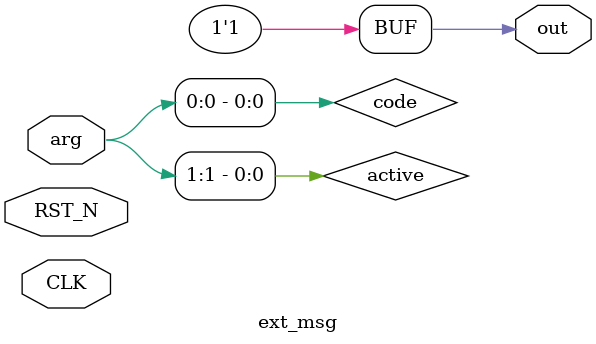
<source format=v>
module ext_msg(
  input wire CLK, input wire RST_N, input wire[1:0] arg, output wire out
);
   wire active;
   wire code;

   assign {active, code} = arg;
   assign out = 1'b1;

`ifndef STDERR
  `define STDERR 32'h80000002
`endif

`ifdef SIMULATION
   always @(posedge CLK)
     if (active) begin
       $fwrite(`STDERR, "MSG: %0d\n", code);
   end
`endif
endmodule // ext_msg

</source>
